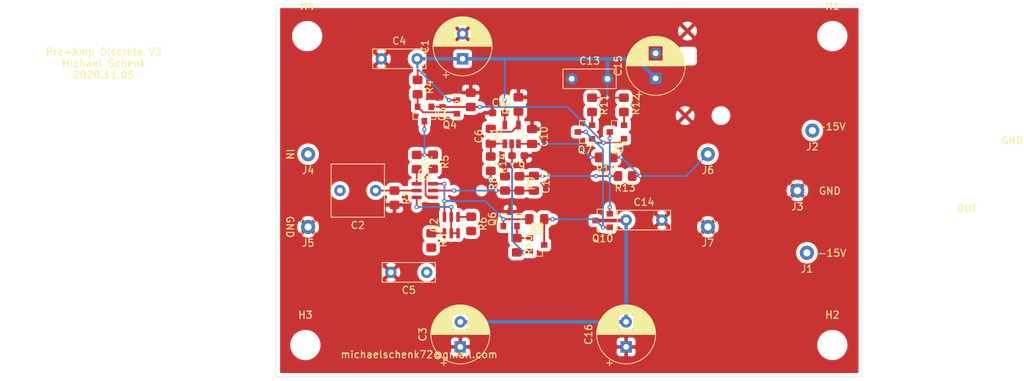
<source format=kicad_pcb>
(kicad_pcb (version 20171130) (host pcbnew 5.1.10-88a1d61d58~88~ubuntu16.04.1)
  (layers (0 F.Cu signal) (31 B.Cu signal) (34 B.Paste user) (35 F.Paste user) (36 B.SilkS user) (37 F.SilkS user) (38 B.Mask user) (39 F.Mask user) (44 Edge.Cuts user))
  (net 0 "")
  (net 1 GND)
  (net 2 +15V)
  (net 3 "Net-(C2-Pad2)")
  (net 4 "Net-(C2-Pad1)")
  (net 5 -15V)
  (net 6 "Net-(C7-Pad2)")
  (net 7 "Net-(C7-Pad1)")
  (net 8 "Net-(C10-Pad2)")
  (net 9 "Net-(Q2-Pad1)")
  (net 10 "Net-(Q3-Pad3)")
  (net 11 "Net-(Q3-Pad2)")
  (net 12 "Net-(Q6-Pad2)")
  (net 13 "Net-(Q7-Pad2)")
  (net 14 "Net-(Q9-Pad2)")
  (net 15 "Net-(C12-Pad2)")
  (net 16 "Net-(C12-Pad1)")
  (net 17 "Net-(C6-Pad2)")
  (net 18 DCSERVO_OUT)
  (net 19 DCSERVO_IN)
  (net 20 "Net-(Q1-Pad4)")
  (net 21 "Net-(Q1-Pad3)")
  (net 22 "Net-(Q1-Pad1)")
  (net 23 "Net-(Q2-Pad4)")
  (net 24 "Net-(Q3-Pad1)")
  (module Package_TO_SOT_SMD:TSOT-23-5 (layer F.Cu) (at 154.813 114.0695 90)
    (fp_text reference U1 (at 0 -2.45 90) (layer F.SilkS))
    (fp_text value OPA188xxDBV)
    (pad 5 smd rect (at 1.31 -0.95 90) (size 1.22 0.65) (layers F.Cu F.Paste F.Mask) (net 2 +15V))
    (pad 4 smd rect (at 1.31 0.95 90) (size 1.22 0.65) (layers F.Cu F.Paste F.Mask) (net 17 "Net-(C6-Pad2)"))
    (pad 3 smd rect (at -1.31 0.95 90) (size 1.22 0.65) (layers F.Cu F.Paste F.Mask) (net 8 "Net-(C10-Pad2)"))
    (pad 2 smd rect (at -1.31 0 90) (size 1.22 0.65) (layers F.Cu F.Paste F.Mask) (net 5 -15V))
    (pad 1 smd rect (at -1.31 -0.95 90) (size 1.22 0.65) (layers F.Cu F.Paste F.Mask) (net 18 DCSERVO_OUT))
  )
  (module Resistor_SMD:R_0805_2012Metric_Pad1.20x1.40mm_HandSolder (layer F.Cu) (at 168.021 117.2845 180)
    (fp_text reference R16 (at 0 -1.65) (layer F.SilkS))
    (fp_text value 100k)
    (pad 2 smd roundrect (at 1 0 180) (size 1.2 1.4) (layers F.Cu F.Paste F.Mask) (roundrect_rratio 0.208333) (net 8 "Net-(C10-Pad2)"))
    (pad 1 smd roundrect (at -1 0 180) (size 1.2 1.4) (layers F.Cu F.Paste F.Mask) (roundrect_rratio 0.208333) (net 19 DCSERVO_IN))
  )
  (module Resistor_SMD:R_0805_2012Metric_Pad1.20x1.40mm_HandSolder (layer F.Cu) (at 155.7655 109.871 90)
    (fp_text reference R15 (at 0 -1.65 90) (layer F.SilkS))
    (fp_text value 100k)
    (pad 2 smd roundrect (at 1 0 90) (size 1.2 1.4) (layers F.Cu F.Paste F.Mask) (roundrect_rratio 0.208333) (net 1 GND))
    (pad 1 smd roundrect (at -1 0 90) (size 1.2 1.4) (layers F.Cu F.Paste F.Mask) (roundrect_rratio 0.208333) (net 17 "Net-(C6-Pad2)"))
  )
  (module Resistor_SMD:R_0805_2012Metric_Pad1.20x1.40mm_HandSolder (layer F.Cu) (at 151.892 118.1575 270)
    (fp_text reference R14 (at 0 -1.65 90) (layer F.SilkS))
    (fp_text value 10k)
    (pad 2 smd roundrect (at 1 0 270) (size 1.2 1.4) (layers F.Cu F.Paste F.Mask) (roundrect_rratio 0.208333) (net 15 "Net-(C12-Pad2)"))
    (pad 1 smd roundrect (at -1 0 270) (size 1.2 1.4) (layers F.Cu F.Paste F.Mask) (roundrect_rratio 0.208333) (net 18 DCSERVO_OUT))
  )
  (module Resistor_SMD:R_0805_2012Metric_Pad1.20x1.40mm_HandSolder (layer F.Cu) (at 149.098 109.236 90)
    (fp_text reference R7 (at 0 -1.65 90) (layer F.SilkS))
    (fp_text value 10k)
    (pad 2 smd roundrect (at 1 0 90) (size 1.2 1.4) (layers F.Cu F.Paste F.Mask) (roundrect_rratio 0.208333) (net 1 GND))
    (pad 1 smd roundrect (at -1 0 90) (size 1.2 1.4) (layers F.Cu F.Paste F.Mask) (roundrect_rratio 0.208333) (net 24 "Net-(Q3-Pad1)"))
  )
  (module Resistor_SMD:R_0805_2012Metric_Pad1.20x1.40mm_HandSolder (layer F.Cu) (at 141.6685 107.458 270)
    (fp_text reference R4 (at 0 -1.65 90) (layer F.SilkS))
    (fp_text value 150R)
    (pad 2 smd roundrect (at 1 0 270) (size 1.2 1.4) (layers F.Cu F.Paste F.Mask) (roundrect_rratio 0.208333) (net 11 "Net-(Q3-Pad2)"))
    (pad 1 smd roundrect (at -1 0 270) (size 1.2 1.4) (layers F.Cu F.Paste F.Mask) (roundrect_rratio 0.208333) (net 2 +15V))
  )
  (module Package_TO_SOT_SMD:SOT-23 (layer F.Cu) (at 146.161 110.236 180)
    (fp_text reference Q4 (at 0 -2.5) (layer F.SilkS))
    (fp_text value BC860C)
    (pad 3 smd rect (at 1 0 180) (size 0.9 0.8) (layers F.Cu F.Paste F.Mask) (net 24 "Net-(Q3-Pad1)"))
    (pad 2 smd rect (at -1 0.95 180) (size 0.9 0.8) (layers F.Cu F.Paste F.Mask) (net 2 +15V))
    (pad 1 smd rect (at -1 -0.95 180) (size 0.9 0.8) (layers F.Cu F.Paste F.Mask) (net 11 "Net-(Q3-Pad2)"))
  )
  (module Package_TO_SOT_SMD:SOT-23 (layer F.Cu) (at 142.621 111.2045 270)
    (fp_text reference Q3 (at 0 -2.5 90) (layer F.SilkS))
    (fp_text value BC860C)
    (pad 3 smd rect (at 1 0 270) (size 0.9 0.8) (layers F.Cu F.Paste F.Mask) (net 10 "Net-(Q3-Pad3)"))
    (pad 2 smd rect (at -1 0.95 270) (size 0.9 0.8) (layers F.Cu F.Paste F.Mask) (net 11 "Net-(Q3-Pad2)"))
    (pad 1 smd rect (at -1 -0.95 270) (size 0.9 0.8) (layers F.Cu F.Paste F.Mask) (net 24 "Net-(Q3-Pad1)"))
  )
  (module Package_SO:SC-74-6_1.5x2.9mm_P0.95mm (layer F.Cu) (at 146.3675 126.7405 90)
    (fp_text reference Q2 (at 0 -2.4 90) (layer F.SilkS))
    (fp_text value BCM847DS,115)
    (pad 6 smd roundrect (at 1.1375 -0.95 90) (size 1.425 0.5) (layers F.Cu F.Paste F.Mask) (net 6 "Net-(C7-Pad2)"))
    (pad 5 smd roundrect (at 1.1375 0 90) (size 1.425 0.5) (layers F.Cu F.Paste F.Mask) (net 21 "Net-(Q1-Pad3)"))
    (pad 4 smd roundrect (at 1.1375 0.95 90) (size 1.425 0.5) (layers F.Cu F.Paste F.Mask) (net 23 "Net-(Q2-Pad4)"))
    (pad 3 smd roundrect (at -1.1375 0.95 90) (size 1.425 0.5) (layers F.Cu F.Paste F.Mask) (net 21 "Net-(Q1-Pad3)"))
    (pad 2 smd roundrect (at -1.1375 0 90) (size 1.425 0.5) (layers F.Cu F.Paste F.Mask) (net 21 "Net-(Q1-Pad3)"))
    (pad 1 smd roundrect (at -1.1375 -0.95 90) (size 1.425 0.5) (layers F.Cu F.Paste F.Mask) (net 9 "Net-(Q2-Pad1)"))
  )
  (module Package_SO:SC-74-6_1.5x2.9mm_P0.95mm (layer F.Cu) (at 142.679 121.92)
    (fp_text reference Q1 (at 0 -2.4) (layer F.SilkS))
    (fp_text value BCM857DS,115)
    (pad 6 smd roundrect (at 1.1375 -0.95) (size 1.425 0.5) (layers F.Cu F.Paste F.Mask) (net 6 "Net-(C7-Pad2)"))
    (pad 5 smd roundrect (at 1.1375 0) (size 1.425 0.5) (layers F.Cu F.Paste F.Mask) (net 15 "Net-(C12-Pad2)"))
    (pad 4 smd roundrect (at 1.1375 0.95) (size 1.425 0.5) (layers F.Cu F.Paste F.Mask) (net 20 "Net-(Q1-Pad4)"))
    (pad 3 smd roundrect (at -1.1375 0.95) (size 1.425 0.5) (layers F.Cu F.Paste F.Mask) (net 21 "Net-(Q1-Pad3)"))
    (pad 2 smd roundrect (at -1.1375 0) (size 1.425 0.5) (layers F.Cu F.Paste F.Mask) (net 4 "Net-(C2-Pad1)"))
    (pad 1 smd roundrect (at -1.1375 -0.95) (size 1.425 0.5) (layers F.Cu F.Paste F.Mask) (net 22 "Net-(Q1-Pad1)"))
  )
  (module Connector_Pin:Pin_D1.0mm_L10.0mm (layer F.Cu) (at 194.7545 121.92)
    (fp_text reference J3 (at 0 2.25) (layer F.SilkS))
    (fp_text value Conn_01x01)
    (pad 1 thru_hole circle (at 0 0) (size 2 2) (drill 1) (layers *.Cu *.Mask) (net 1 GND))
  )
  (module Connector_Pin:Pin_D1.0mm_L10.0mm (layer F.Cu) (at 196.85 113.538)
    (fp_text reference J2 (at 0 2.25) (layer F.SilkS))
    (fp_text value Conn_01x01)
    (pad 1 thru_hole circle (at 0 0) (size 2 2) (drill 1) (layers *.Cu *.Mask) (net 2 +15V))
  )
  (module Connector_Pin:Pin_D1.0mm_L10.0mm (layer F.Cu) (at 196.088 130.6195)
    (fp_text reference J1 (at 0 2.25) (layer F.SilkS))
    (fp_text value Conn_01x01)
    (pad 1 thru_hole circle (at 0 0) (size 2 2) (drill 1) (layers *.Cu *.Mask) (net 5 -15V))
  )
  (module Capacitor_THT:CP_Radial_D8.0mm_P3.50mm (layer F.Cu) (at 170.815 143.7715 90)
    (fp_text reference C16 (at 1.75 -5.25 90) (layer F.SilkS))
    (fp_text value 220uF)
    (pad 2 thru_hole circle (at 3.5 0 90) (size 1.6 1.6) (drill 0.8) (layers *.Cu *.Mask) (net 5 -15V))
    (pad 1 thru_hole rect (at 0 0 90) (size 1.6 1.6) (drill 0.8) (layers *.Cu *.Mask) (net 1 GND))
  )
  (module Capacitor_THT:CP_Radial_D8.0mm_P3.50mm (layer F.Cu) (at 174.9425 106.2355 90)
    (fp_text reference C15 (at 1.75 -5.25 90) (layer F.SilkS))
    (fp_text value 220uF)
    (pad 2 thru_hole circle (at 3.5 0 90) (size 1.6 1.6) (drill 0.8) (layers *.Cu *.Mask) (net 1 GND))
    (pad 1 thru_hole rect (at 0 0 90) (size 1.6 1.6) (drill 0.8) (layers *.Cu *.Mask) (net 2 +15V))
  )
  (module Capacitor_SMD:C_0805_2012Metric_Pad1.18x1.45mm_HandSolder (layer F.Cu) (at 157.6705 114.3635 270)
    (fp_text reference C10 (at 0 -1.68 90) (layer F.SilkS))
    (fp_text value 1uF)
    (pad 2 smd roundrect (at 1.0375 0 270) (size 1.175 1.45) (layers F.Cu F.Paste F.Mask) (roundrect_rratio 0.212766) (net 8 "Net-(C10-Pad2)"))
    (pad 1 smd roundrect (at -1.0375 0 270) (size 1.175 1.45) (layers F.Cu F.Paste F.Mask) (roundrect_rratio 0.212766) (net 1 GND))
  )
  (module Capacitor_SMD:C_0603_1608Metric_Pad1.08x0.95mm_HandSolder (layer F.Cu) (at 155.7285 117.0305 180)
    (fp_text reference C9 (at 0 -1.43) (layer F.SilkS))
    (fp_text value 100nF)
    (pad 2 smd roundrect (at 0.8625 0 180) (size 1.075 0.95) (layers F.Cu F.Paste F.Mask) (net 5 -15V))
    (pad 1 smd roundrect (at -0.8625 0 180) (size 1.075 0.95) (layers F.Cu F.Paste F.Mask) (net 1 GND))
  )
  (module Capacitor_SMD:C_0603_1608Metric_Pad1.08x0.95mm_HandSolder (layer F.Cu) (at 152.998 111.0615)
    (fp_text reference C8 (at 0 -1.43) (layer F.SilkS))
    (fp_text value 100nF)
    (pad 2 smd roundrect (at 0.8625 0) (size 1.075 0.95) (layers F.Cu F.Paste F.Mask) (net 2 +15V))
    (pad 1 smd roundrect (at -0.8625 0) (size 1.075 0.95) (layers F.Cu F.Paste F.Mask) (net 1 GND))
  )
  (module Capacitor_SMD:C_0805_2012Metric_Pad1.18x1.45mm_HandSolder (layer F.Cu) (at 151.892 114.3215 90)
    (fp_text reference C6 (at 0 -1.68 90) (layer F.SilkS))
    (fp_text value 1uF)
    (pad 2 smd roundrect (at 1.0375 0 90) (size 1.175 1.45) (layers F.Cu F.Paste F.Mask) (roundrect_rratio 0.212766) (net 17 "Net-(C6-Pad2)"))
    (pad 1 smd roundrect (at -1.0375 0 90) (size 1.175 1.45) (layers F.Cu F.Paste F.Mask) (roundrect_rratio 0.212766) (net 18 DCSERVO_OUT))
  )
  (module Capacitor_THT:CP_Radial_D8.0mm_P3.50mm (layer F.Cu) (at 147.6375 143.7715 90)
    (fp_text reference C3 (at 1.75 -5.25 90) (layer F.SilkS))
    (fp_text value 220uF)
    (pad 2 thru_hole circle (at 3.5 0 90) (size 1.6 1.6) (drill 0.8) (layers *.Cu *.Mask) (net 5 -15V))
    (pad 1 thru_hole rect (at 0 0 90) (size 1.6 1.6) (drill 0.8) (layers *.Cu *.Mask) (net 1 GND))
  )
  (module Capacitor_THT:CP_Radial_D8.0mm_P3.50mm (layer F.Cu) (at 147.955 103.505 90)
    (fp_text reference C1 (at 1.75 -5.25 90) (layer F.SilkS))
    (fp_text value 220uF)
    (pad 2 thru_hole circle (at 3.5 0 90) (size 1.6 1.6) (drill 0.8) (layers *.Cu *.Mask) (net 1 GND))
    (pad 1 thru_hole rect (at 0 0 90) (size 1.6 1.6) (drill 0.8) (layers *.Cu *.Mask) (net 2 +15V))
  )
  (module Capacitor_THT:C_Rect_L7.2mm_W2.5mm_P5.00mm_FKS2_FKP2_MKS2_MKP2 (layer F.Cu) (at 170.815 126.0475)
    (fp_text reference C14 (at 2.5 -2.5) (layer F.SilkS))
    (fp_text value 100nF)
    (pad 2 thru_hole circle (at 5 0) (size 1.6 1.6) (drill 0.8) (layers *.Cu *.Mask) (net 1 GND))
    (pad 1 thru_hole circle (at 0 0) (size 1.6 1.6) (drill 0.8) (layers *.Cu *.Mask) (net 5 -15V))
  )
  (module Capacitor_THT:C_Rect_L7.2mm_W2.5mm_P5.00mm_FKS2_FKP2_MKS2_MKP2 (layer F.Cu) (at 163.2115 106.299)
    (fp_text reference C13 (at 2.5 -2.5) (layer F.SilkS))
    (fp_text value 100nF)
    (pad 2 thru_hole circle (at 5 0) (size 1.6 1.6) (drill 0.8) (layers *.Cu *.Mask) (net 2 +15V))
    (pad 1 thru_hole circle (at 0 0) (size 1.6 1.6) (drill 0.8) (layers *.Cu *.Mask) (net 1 GND))
  )
  (module Capacitor_THT:C_Rect_L7.2mm_W2.5mm_P5.00mm_FKS2_FKP2_MKS2_MKP2 (layer F.Cu) (at 142.9385 133.35 180)
    (fp_text reference C5 (at 2.5 -2.5) (layer F.SilkS))
    (fp_text value 100nF)
    (pad 2 thru_hole circle (at 5 0 180) (size 1.6 1.6) (drill 0.8) (layers *.Cu *.Mask) (net 1 GND))
    (pad 1 thru_hole circle (at 0 0 180) (size 1.6 1.6) (drill 0.8) (layers *.Cu *.Mask) (net 5 -15V))
  )
  (module Capacitor_THT:C_Rect_L7.2mm_W2.5mm_P5.00mm_FKS2_FKP2_MKS2_MKP2 (layer F.Cu) (at 136.605 103.505)
    (fp_text reference C4 (at 2.5 -2.5) (layer F.SilkS))
    (fp_text value 100nF)
    (pad 2 thru_hole circle (at 5 0) (size 1.6 1.6) (drill 0.8) (layers *.Cu *.Mask) (net 2 +15V))
    (pad 1 thru_hole circle (at 0 0) (size 1.6 1.6) (drill 0.8) (layers *.Cu *.Mask) (net 1 GND))
  )
  (module Connector_Pin:Pin_D1.0mm_L10.0mm (layer F.Cu) (at 182.245 127)
    (fp_text reference J7 (at 0 2.25) (layer F.SilkS))
    (fp_text value Conn_01x01)
    (pad 1 thru_hole circle (at 0 0) (size 2 2) (drill 1) (layers *.Cu *.Mask) (net 1 GND))
  )
  (module Connector_Pin:Pin_D1.0mm_L10.0mm (layer F.Cu) (at 182.245 116.84)
    (fp_text reference J6 (at 0 2.25) (layer F.SilkS))
    (fp_text value Conn_01x01)
    (pad 1 thru_hole circle (at 0 0) (size 2 2) (drill 1) (layers *.Cu *.Mask) (net 19 DCSERVO_IN))
  )
  (module Connector_Pin:Pin_D1.0mm_L10.0mm (layer F.Cu) (at 126.365 127)
    (fp_text reference J5 (at 0 2.25) (layer F.SilkS))
    (fp_text value Conn_01x01)
    (pad 1 thru_hole circle (at 0 0) (size 2 2) (drill 1) (layers *.Cu *.Mask) (net 1 GND))
  )
  (module Connector_Pin:Pin_D1.0mm_L10.0mm (layer F.Cu) (at 126.365 116.84)
    (fp_text reference J4 (at 0 2.25) (layer F.SilkS))
    (fp_text value Conn_01x01)
    (pad 1 thru_hole circle (at 0 0) (size 2 2) (drill 1) (layers *.Cu *.Mask) (net 3 "Net-(C2-Pad2)"))
  )
  (module Package_TO_SOT_SMD:SOT-23 (layer F.Cu) (at 167.529 126.1085 180)
    (fp_text reference Q10 (at 0 -2.5) (layer F.SilkS))
    (fp_text value BC860C)
    (pad 3 smd rect (at 1 0 180) (size 0.9 0.8) (layers F.Cu F.Paste F.Mask) (net 5 -15V))
    (pad 2 smd rect (at -1 0.95 180) (size 0.9 0.8) (layers F.Cu F.Paste F.Mask) (net 16 "Net-(C12-Pad1)"))
    (pad 1 smd rect (at -1 -0.95 180) (size 0.9 0.8) (layers F.Cu F.Paste F.Mask) (net 7 "Net-(C7-Pad1)"))
  )
  (module Capacitor_SMD:C_0805_2012Metric_Pad1.18x1.45mm_HandSolder (layer F.Cu) (at 158.327 125.9205 180)
    (fp_text reference C7 (at 0 -1.68) (layer F.SilkS))
    (fp_text value 270pF)
    (pad 2 smd roundrect (at 1.0375 0 180) (size 1.175 1.45) (layers F.Cu F.Paste F.Mask) (roundrect_rratio 0.2127659574468085) (net 6 "Net-(C7-Pad2)"))
    (pad 1 smd roundrect (at -1.0375 0 180) (size 1.175 1.45) (layers F.Cu F.Paste F.Mask) (roundrect_rratio 0.2127659574468085) (net 7 "Net-(C7-Pad1)"))
  )
  (module Capacitor_SMD:C_0805_2012Metric_Pad1.18x1.45mm_HandSolder (layer F.Cu) (at 157.9245 120.8952 270)
    (fp_text reference C12 (at 0 -1.68 90) (layer F.SilkS))
    (fp_text value 4.7pF)
    (pad 2 smd roundrect (at 1.0375 0 270) (size 1.175 1.45) (layers F.Cu F.Paste F.Mask) (roundrect_rratio 0.2127659574468085) (net 15 "Net-(C12-Pad2)"))
    (pad 1 smd roundrect (at -1.0375 0 270) (size 1.175 1.45) (layers F.Cu F.Paste F.Mask) (roundrect_rratio 0.2127659574468085) (net 16 "Net-(C12-Pad1)"))
  )
  (module Package_TO_SOT_SMD:SOT-23 (layer F.Cu) (at 169.529 113.7285 180)
    (fp_text reference Q9 (at 0 -2.5) (layer F.SilkS))
    (fp_text value BC860C)
    (pad 1 smd rect (at -1 -0.95 180) (size 0.9 0.8) (layers F.Cu F.Paste F.Mask) (net 24 "Net-(Q3-Pad1)"))
    (pad 2 smd rect (at -1 0.95 180) (size 0.9 0.8) (layers F.Cu F.Paste F.Mask) (net 14 "Net-(Q9-Pad2)"))
    (pad 3 smd rect (at 1 0 180) (size 0.9 0.8) (layers F.Cu F.Paste F.Mask) (net 16 "Net-(C12-Pad1)"))
  )
  (module Resistor_SMD:R_0805_2012Metric_Pad1.20x1.40mm_HandSolder (layer F.Cu) (at 138.43 122.92 270)
    (fp_text reference R1 (at 0 -1.65 90) (layer F.SilkS))
    (fp_text value 10k)
    (pad 2 smd roundrect (at 1 0 270) (size 1.2 1.4) (layers F.Cu F.Paste F.Mask) (roundrect_rratio 0.2083325) (net 1 GND))
    (pad 1 smd roundrect (at -1 0 270) (size 1.2 1.4) (layers F.Cu F.Paste F.Mask) (roundrect_rratio 0.2083325) (net 4 "Net-(C2-Pad1)"))
  )
  (module Resistor_SMD:R_0805_2012Metric_Pad1.20x1.40mm_HandSolder (layer F.Cu) (at 170.672 119.888 180)
    (fp_text reference R13 (at 0 -1.65) (layer F.SilkS))
    (fp_text value 47R)
    (pad 2 smd roundrect (at 1 0 180) (size 1.2 1.4) (layers F.Cu F.Paste F.Mask) (roundrect_rratio 0.2083325) (net 16 "Net-(C12-Pad1)"))
    (pad 1 smd roundrect (at -1 0 180) (size 1.2 1.4) (layers F.Cu F.Paste F.Mask) (roundrect_rratio 0.2083325) (net 19 DCSERVO_IN))
  )
  (module Resistor_SMD:R_0805_2012Metric_Pad1.20x1.40mm_HandSolder (layer F.Cu) (at 170.4975 109.9345 270)
    (fp_text reference R12 (at 0 -1.65 90) (layer F.SilkS))
    (fp_text value 100R)
    (pad 2 smd roundrect (at 1 0 270) (size 1.2 1.4) (layers F.Cu F.Paste F.Mask) (roundrect_rratio 0.2083325) (net 14 "Net-(Q9-Pad2)"))
    (pad 1 smd roundrect (at -1 0 270) (size 1.2 1.4) (layers F.Cu F.Paste F.Mask) (roundrect_rratio 0.2083325) (net 2 +15V))
  )
  (module Resistor_SMD:R_0805_2012Metric_Pad1.20x1.40mm_HandSolder (layer F.Cu) (at 166.0525 109.9345 270)
    (fp_text reference R11 (at 0 -1.65 90) (layer F.SilkS))
    (fp_text value 100R)
    (pad 2 smd roundrect (at 1 0 270) (size 1.2 1.4) (layers F.Cu F.Paste F.Mask) (roundrect_rratio 0.2083325) (net 13 "Net-(Q7-Pad2)"))
    (pad 1 smd roundrect (at -1 0 270) (size 1.2 1.4) (layers F.Cu F.Paste F.Mask) (roundrect_rratio 0.2083325) (net 2 +15V))
  )
  (module Resistor_SMD:R_0805_2012Metric_Pad1.20x1.40mm_HandSolder (layer F.Cu) (at 155.5369 129.5621 270)
    (fp_text reference R10 (at 0 -1.65 90) (layer F.SilkS))
    (fp_text value 2k2)
    (pad 2 smd roundrect (at 1 0 270) (size 1.2 1.4) (layers F.Cu F.Paste F.Mask) (roundrect_rratio 0.2083325) (net 5 -15V))
    (pad 1 smd roundrect (at -1 0 270) (size 1.2 1.4) (layers F.Cu F.Paste F.Mask) (roundrect_rratio 0.2083325) (net 12 "Net-(Q6-Pad2)"))
  )
  (module Resistor_SMD:R_0805_2012Metric_Pad1.20x1.40mm_HandSolder (layer F.Cu) (at 155.8925 120.92 270)
    (fp_text reference R9 (at 0 -1.65 90) (layer F.SilkS))
    (fp_text value 10k)
    (pad 2 smd roundrect (at 1 0 270) (size 1.2 1.4) (layers F.Cu F.Paste F.Mask) (roundrect_rratio 0.2083325) (net 15 "Net-(C12-Pad2)"))
    (pad 1 smd roundrect (at -1 0 270) (size 1.2 1.4) (layers F.Cu F.Paste F.Mask) (roundrect_rratio 0.2083325) (net 16 "Net-(C12-Pad1)"))
  )
  (module Resistor_SMD:R_0805_2012Metric_Pad1.20x1.40mm_HandSolder (layer F.Cu) (at 153.8859 120.92 90)
    (fp_text reference R8 (at 0 -1.65 90) (layer F.SilkS))
    (fp_text value 10k)
    (pad 2 smd roundrect (at 1 0 90) (size 1.2 1.4) (layers F.Cu F.Paste F.Mask) (roundrect_rratio 0.2083325) (net 1 GND))
    (pad 1 smd roundrect (at -1 0 90) (size 1.2 1.4) (layers F.Cu F.Paste F.Mask) (roundrect_rratio 0.2083325) (net 15 "Net-(C12-Pad2)"))
  )
  (module Resistor_SMD:R_0805_2012Metric_Pad1.20x1.40mm_HandSolder (layer F.Cu) (at 149.1615 126.5715 270)
    (fp_text reference R6 (at 0 -1.65 90) (layer F.SilkS))
    (fp_text value 68)
    (pad 2 smd roundrect (at 1 0 270) (size 1.2 1.4) (layers F.Cu F.Paste F.Mask) (roundrect_rratio 0.2083325) (net 5 -15V))
    (pad 1 smd roundrect (at -1 0 270) (size 1.2 1.4) (layers F.Cu F.Paste F.Mask) (roundrect_rratio 0.2083325) (net 23 "Net-(Q2-Pad4)"))
  )
  (module Resistor_SMD:R_0805_2012Metric_Pad1.20x1.40mm_HandSolder (layer F.Cu) (at 143.8275 117.9035 270)
    (fp_text reference R5 (at 0 -1.65 90) (layer F.SilkS))
    (fp_text value 100R)
    (pad 2 smd roundrect (at 1 0 270) (size 1.2 1.4) (layers F.Cu F.Paste F.Mask) (roundrect_rratio 0.2083325) (net 20 "Net-(Q1-Pad4)"))
    (pad 1 smd roundrect (at -1 0 270) (size 1.2 1.4) (layers F.Cu F.Paste F.Mask) (roundrect_rratio 0.2083325) (net 10 "Net-(Q3-Pad3)"))
  )
  (module Resistor_SMD:R_0805_2012Metric_Pad1.20x1.40mm_HandSolder (layer F.Cu) (at 143.5735 128.889 270)
    (fp_text reference R3 (at 0 -1.65 90) (layer F.SilkS))
    (fp_text value 68)
    (pad 2 smd roundrect (at 1 0 270) (size 1.2 1.4) (layers F.Cu F.Paste F.Mask) (roundrect_rratio 0.2083325) (net 5 -15V))
    (pad 1 smd roundrect (at -1 0 270) (size 1.2 1.4) (layers F.Cu F.Paste F.Mask) (roundrect_rratio 0.2083325) (net 9 "Net-(Q2-Pad1)"))
  )
  (module Resistor_SMD:R_0805_2012Metric_Pad1.20x1.40mm_HandSolder (layer F.Cu) (at 141.5415 117.9355 270)
    (fp_text reference R2 (at 0 -1.65 90) (layer F.SilkS))
    (fp_text value 100R)
    (pad 2 smd roundrect (at 1 0 270) (size 1.2 1.4) (layers F.Cu F.Paste F.Mask) (roundrect_rratio 0.2083325) (net 22 "Net-(Q1-Pad1)"))
    (pad 1 smd roundrect (at -1 0 270) (size 1.2 1.4) (layers F.Cu F.Paste F.Mask) (roundrect_rratio 0.2083325) (net 10 "Net-(Q3-Pad3)"))
  )
  (module Package_TO_SOT_SMD:SOT-23 (layer F.Cu) (at 158.3657 129.5121)
    (fp_text reference Q8 (at 0 -2.5) (layer F.SilkS))
    (fp_text value BC850C)
    (pad 3 smd rect (at 1 0) (size 0.9 0.8) (layers F.Cu F.Paste F.Mask) (net 7 "Net-(C7-Pad1)"))
    (pad 2 smd rect (at -1 0.95) (size 0.9 0.8) (layers F.Cu F.Paste F.Mask) (net 5 -15V))
    (pad 1 smd rect (at -1 -0.95) (size 0.9 0.8) (layers F.Cu F.Paste F.Mask) (net 12 "Net-(Q6-Pad2)"))
  )
  (module Package_TO_SOT_SMD:SOT-23 (layer F.Cu) (at 165.0525 113.731 180)
    (fp_text reference Q7 (at 0 -2.5) (layer F.SilkS))
    (fp_text value BC860C)
    (pad 3 smd rect (at 1 0 180) (size 0.9 0.8) (layers F.Cu F.Paste F.Mask) (net 7 "Net-(C7-Pad1)"))
    (pad 2 smd rect (at -1 0.95 180) (size 0.9 0.8) (layers F.Cu F.Paste F.Mask) (net 13 "Net-(Q7-Pad2)"))
    (pad 1 smd rect (at -1 -0.95 180) (size 0.9 0.8) (layers F.Cu F.Paste F.Mask) (net 24 "Net-(Q3-Pad1)"))
  )
  (module Package_TO_SOT_SMD:SOT-23 (layer F.Cu) (at 154.6073 125.8857 90)
    (fp_text reference Q6 (at 0 -2.5 90) (layer F.SilkS))
    (fp_text value BC850C)
    (pad 3 smd rect (at 1 0 90) (size 0.9 0.8) (layers F.Cu F.Paste F.Mask) (net 1 GND))
    (pad 2 smd rect (at -1 0.95 90) (size 0.9 0.8) (layers F.Cu F.Paste F.Mask) (net 12 "Net-(Q6-Pad2)"))
    (pad 1 smd rect (at -1 -0.95 90) (size 0.9 0.8) (layers F.Cu F.Paste F.Mask) (net 6 "Net-(C7-Pad2)"))
  )
  (module MountingHole:MountingHole_3.2mm_M3 (layer F.Cu) (at 126.238 100.33)
    (fp_text reference H4 (at 0 -4.2) (layer F.SilkS))
    (fp_text value MountingHole)
    (pad 1 np_thru_hole circle (at 0 0) (size 3.2 3.2) (drill 3.2) (layers *.Cu *.Mask))
  )
  (module MountingHole:MountingHole_3.2mm_M3 (layer F.Cu) (at 125.984 143.51)
    (fp_text reference H3 (at 0 -4.2) (layer F.SilkS))
    (fp_text value MountingHole)
    (pad 1 np_thru_hole circle (at 0 0) (size 3.2 3.2) (drill 3.2) (layers *.Cu *.Mask))
  )
  (module MountingHole:MountingHole_3.2mm_M3 (layer F.Cu) (at 199.644 143.51)
    (fp_text reference H2 (at 0 -4.2) (layer F.SilkS))
    (fp_text value MountingHole)
    (pad 1 np_thru_hole circle (at 0 0) (size 3.2 3.2) (drill 3.2) (layers *.Cu *.Mask))
  )
  (module MountingHole:MountingHole_3.2mm_M3 (layer F.Cu) (at 199.644 100.33)
    (fp_text reference H1 (at 0 -4.2) (layer F.SilkS))
    (fp_text value MountingHole)
    (pad 1 np_thru_hole circle (at 0 0) (size 3.2 3.2) (drill 3.2) (layers *.Cu *.Mask))
  )
  (module Capacitor_THT:C_Rect_L7.2mm_W7.2mm_P5.00mm_FKS2_FKP2_MKS2_MKP2 (layer F.Cu) (at 135.81 121.92 180)
    (fp_text reference C2 (at 2.5 -4.85) (layer F.SilkS))
    (fp_text value 2.2uF)
    (pad 2 thru_hole circle (at 5 0 180) (size 1.6 1.6) (drill 0.8) (layers *.Cu *.Mask) (net 3 "Net-(C2-Pad2)"))
    (pad 1 thru_hole circle (at 0 0 180) (size 1.6 1.6) (drill 0.8) (layers *.Cu *.Mask) (net 4 "Net-(C2-Pad1)"))
  )
  (gr_text michaelschenk72@gmail.com (at 141.8844 144.8308) (layer F.SilkS) (effects (font (size 1 1))))
  (gr_text "Pre-Amp Discrete V3\nMichael Schenk\n2020.11.05" (at 97.79 104.14) (layer F.SilkS) (effects (font (size 1 1))))
  (gr_line (start 203.835 95.885) (end 121.92 95.885) (layer Edge.Cuts) (width 0.05))
  (gr_line (start 203.835 147.955) (end 203.835 95.885) (layer Edge.Cuts) (width 0.05))
  (gr_line (start 121.92 147.955) (end 203.835 147.955) (layer Edge.Cuts) (width 0.05))
  (gr_line (start 121.92 96.52) (end 121.92 147.955) (layer Edge.Cuts) (width 0.05))
  (gr_line (start 121.92 95.885) (end 121.92 96.52) (layer Edge.Cuts) (width 0.05))
  (gr_text GND (at 224.79 114.935) (layer F.SilkS) (effects (font (size 1 1))))
  (gr_text OUT (at 218.44 124.46) (layer F.SilkS) (effects (font (size 1 1))))
  (gr_text GND (at 123.825 127 270) (layer F.SilkS) (effects (font (size 1 1))))
  (gr_text IN (at 123.825 116.84 270) (layer F.SilkS) (effects (font (size 1 1))))
  (gr_text GND (at 199.2884 121.9708) (layer F.SilkS) (effects (font (size 1 1))))
  (gr_text -15V (at 199.5932 130.6576) (layer F.SilkS) (effects (font (size 1 1))))
  (gr_text +15V (at 199.4916 112.9792) (layer F.SilkS) (effects (font (size 1 1))))
  (segment (start 141.6685 103.5685) (end 141.605 103.505) (width 0.25) (layer F.Cu) (net 2))
  (segment (start 141.6685 106.458) (end 141.6685 103.5685) (width 0.25) (layer F.Cu) (net 2))
  (via (at 146.05 109.2835) (size 0.6) (drill 0.3) (layers F.Cu B.Cu) (net 2))
  (segment (start 146.0525 109.286) (end 146.05 109.2835) (width 0.25) (layer F.Cu) (net 2))
  (segment (start 147.161 109.286) (end 146.0525 109.286) (width 0.25) (layer F.Cu) (net 2))
  (segment (start 141.605 104.8385) (end 141.605 103.505) (width 0.25) (layer B.Cu) (net 2))
  (segment (start 146.05 109.2835) (end 141.605 104.8385) (width 0.25) (layer B.Cu) (net 2))
  (segment (start 141.605 103.505) (end 147.955 103.505) (width 0.5) (layer B.Cu) (net 2))
  (segment (start 153.863 111.064) (end 153.8605 111.0615) (width 0.25) (layer F.Cu) (net 2))
  (segment (start 153.863 112.7595) (end 153.863 111.064) (width 0.25) (layer F.Cu) (net 2))
  (via (at 153.8605 109.22) (size 0.6) (drill 0.3) (layers F.Cu B.Cu) (net 2))
  (segment (start 153.8605 111.0615) (end 153.8605 109.22) (width 0.25) (layer F.Cu) (net 2))
  (segment (start 148.1455 103.505) (end 147.955 103.505) (width 0.25) (layer B.Cu) (net 2))
  (segment (start 172.212 103.505) (end 174.9425 106.2355) (width 0.5) (layer B.Cu) (net 2))
  (segment (start 168.2115 106.299) (end 168.2115 103.5685) (width 0.5) (layer B.Cu) (net 2))
  (segment (start 168.2115 103.5685) (end 168.275 103.505) (width 0.5) (layer B.Cu) (net 2))
  (segment (start 168.275 103.505) (end 172.212 103.505) (width 0.5) (layer B.Cu) (net 2))
  (via (at 168.2435 108.9345) (size 0.6) (drill 0.3) (layers F.Cu B.Cu) (net 2))
  (segment (start 166.0525 108.9345) (end 168.2435 108.9345) (width 0.25) (layer F.Cu) (net 2))
  (segment (start 168.2435 108.9345) (end 170.4975 108.9345) (width 0.25) (layer F.Cu) (net 2))
  (segment (start 168.2115 106.299) (end 168.2115 108.9025) (width 0.25) (layer B.Cu) (net 2))
  (segment (start 168.2115 108.9025) (end 168.2435 108.9345) (width 0.25) (layer B.Cu) (net 2))
  (segment (start 153.8605 103.5685) (end 153.797 103.505) (width 0.25) (layer B.Cu) (net 2))
  (segment (start 153.8605 109.22) (end 153.8605 103.5685) (width 0.25) (layer B.Cu) (net 2))
  (segment (start 153.797 103.505) (end 168.275 103.505) (width 0.5) (layer B.Cu) (net 2))
  (segment (start 147.955 103.505) (end 153.797 103.505) (width 0.5) (layer B.Cu) (net 2))
  (segment (start 135.81 121.92) (end 138.43 121.92) (width 0.25) (layer F.Cu) (net 4))
  (segment (start 138.43 121.92) (end 141.5415 121.92) (width 0.25) (layer F.Cu) (net 4))
  (segment (start 157.2657 130.5621) (end 157.3657 130.4621) (width 0.25) (layer F.Cu) (net 5))
  (segment (start 155.5369 130.5621) (end 156.5214 130.5621) (width 0.25) (layer F.Cu) (net 5))
  (segment (start 156.5214 130.5621) (end 157.2657 130.5621) (width 0.25) (layer F.Cu) (net 5))
  (via (at 156.5214 130.5621) (size 0.6) (drill 0.3) (layers F.Cu B.Cu) (net 5))
  (segment (start 170.754 126.1085) (end 170.815 126.0475) (width 0.5) (layer F.Cu) (net 5))
  (segment (start 166.529 126.1085) (end 170.754 126.1085) (width 0.5) (layer F.Cu) (net 5))
  (segment (start 170.815 140.2715) (end 147.6375 140.2715) (width 0.5) (layer B.Cu) (net 5))
  (segment (start 170.815 140.2715) (end 170.815 126.0475) (width 0.5) (layer B.Cu) (net 5))
  (segment (start 154.813 116.9775) (end 154.866 117.0305) (width 0.25) (layer F.Cu) (net 5))
  (segment (start 154.813 115.3795) (end 154.813 116.9775) (width 0.25) (layer F.Cu) (net 5))
  (via (at 154.8765 118.237) (size 0.6) (drill 0.3) (layers F.Cu B.Cu) (net 5))
  (segment (start 154.866 118.2265) (end 154.8765 118.237) (width 0.25) (layer F.Cu) (net 5))
  (segment (start 154.866 117.0305) (end 154.866 118.2265) (width 0.25) (layer F.Cu) (net 5))
  (segment (start 154.8765 128.9172) (end 156.5214 130.5621) (width 0.25) (layer B.Cu) (net 5))
  (segment (start 154.8765 118.237) (end 154.8765 128.9172) (width 0.25) (layer B.Cu) (net 5))
  (via (at 145.415 123.3805) (size 0.6) (drill 0.3) (layers F.Cu B.Cu) (net 6))
  (segment (start 145.4175 123.383) (end 145.415 123.3805) (width 0.25) (layer F.Cu) (net 6))
  (segment (start 145.4175 125.603) (end 145.4175 123.383) (width 0.25) (layer F.Cu) (net 6))
  (via (at 145.415 120.9675) (size 0.6) (drill 0.3) (layers F.Cu B.Cu) (net 6))
  (segment (start 145.415 123.3805) (end 145.415 120.9675) (width 0.25) (layer B.Cu) (net 6))
  (segment (start 143.819 120.9675) (end 143.8165 120.97) (width 0.25) (layer F.Cu) (net 6))
  (segment (start 145.415 120.9675) (end 143.819 120.9675) (width 0.25) (layer F.Cu) (net 6))
  (via (at 153.67 125.9205) (size 0.6) (drill 0.3) (layers F.Cu B.Cu) (net 6))
  (segment (start 153.6573 125.9332) (end 153.67 125.9205) (width 0.25) (layer F.Cu) (net 6))
  (segment (start 153.6573 126.8857) (end 153.6573 125.9332) (width 0.25) (layer F.Cu) (net 6))
  (segment (start 151.13 123.3805) (end 153.67 125.9205) (width 0.25) (layer B.Cu) (net 6))
  (segment (start 145.415 123.3805) (end 151.13 123.3805) (width 0.25) (layer B.Cu) (net 6))
  (segment (start 153.67 125.9205) (end 157.2895 125.9205) (width 0.25) (layer F.Cu) (net 6))
  (segment (start 159.3657 125.9217) (end 159.3645 125.9205) (width 0.25) (layer F.Cu) (net 7))
  (segment (start 159.3657 129.5121) (end 159.3657 125.9217) (width 0.25) (layer F.Cu) (net 7))
  (via (at 167.5765 127.0635) (size 0.6) (drill 0.3) (layers F.Cu B.Cu) (net 7))
  (segment (start 167.5815 127.0585) (end 167.5765 127.0635) (width 0.25) (layer F.Cu) (net 7))
  (segment (start 168.529 127.0585) (end 167.5815 127.0585) (width 0.25) (layer F.Cu) (net 7))
  (via (at 160.528 125.9205) (size 0.6) (drill 0.3) (layers F.Cu B.Cu) (net 7))
  (segment (start 166.4335 125.9205) (end 160.528 125.9205) (width 0.25) (layer B.Cu) (net 7))
  (segment (start 167.5765 127.0635) (end 166.4335 125.9205) (width 0.25) (layer B.Cu) (net 7))
  (segment (start 160.528 125.9205) (end 159.3645 125.9205) (width 0.25) (layer F.Cu) (net 7))
  (via (at 165.1635 113.7285) (size 0.6) (drill 0.3) (layers F.Cu B.Cu) (net 7))
  (segment (start 167.5765 116.1415) (end 165.1635 113.7285) (width 0.25) (layer B.Cu) (net 7))
  (segment (start 167.5765 127.0635) (end 167.5765 116.1415) (width 0.25) (layer B.Cu) (net 7))
  (segment (start 164.055 113.7285) (end 164.0525 113.731) (width 0.25) (layer F.Cu) (net 7))
  (segment (start 165.1635 113.7285) (end 164.055 113.7285) (width 0.25) (layer F.Cu) (net 7))
  (segment (start 157.649 115.3795) (end 157.6705 115.401) (width 0.25) (layer F.Cu) (net 8))
  (segment (start 155.763 115.3795) (end 157.649 115.3795) (width 0.25) (layer F.Cu) (net 8))
  (via (at 158.9405 115.3795) (size 0.6) (drill 0.3) (layers F.Cu B.Cu) (net 8))
  (segment (start 158.919 115.401) (end 158.9405 115.3795) (width 0.25) (layer F.Cu) (net 8))
  (segment (start 157.6705 115.401) (end 158.919 115.401) (width 0.25) (layer F.Cu) (net 8))
  (via (at 165.862 117.2845) (size 0.6) (drill 0.3) (layers F.Cu B.Cu) (net 8))
  (segment (start 167.021 117.2845) (end 165.862 117.2845) (width 0.25) (layer F.Cu) (net 8))
  (segment (start 165.862 117.2845) (end 163.957 115.3795) (width 0.25) (layer B.Cu) (net 8))
  (segment (start 163.957 115.3795) (end 158.9405 115.3795) (width 0.25) (layer B.Cu) (net 8))
  (segment (start 145.4065 127.889) (end 145.4175 127.878) (width 0.25) (layer F.Cu) (net 9))
  (segment (start 143.5735 127.889) (end 145.4065 127.889) (width 0.25) (layer F.Cu) (net 9))
  (segment (start 143.7955 116.9355) (end 143.8275 116.9035) (width 0.25) (layer F.Cu) (net 10))
  (via (at 142.621 113.3475) (size 0.6) (drill 0.3) (layers F.Cu B.Cu) (net 10))
  (segment (start 142.621 112.2045) (end 142.621 113.3475) (width 0.25) (layer F.Cu) (net 10))
  (via (at 142.653 116.9355) (size 0.6) (drill 0.3) (layers F.Cu B.Cu) (net 10))
  (segment (start 141.5415 116.9355) (end 142.653 116.9355) (width 0.25) (layer F.Cu) (net 10))
  (segment (start 142.621 113.3475) (end 142.621 116.9035) (width 0.25) (layer B.Cu) (net 10))
  (segment (start 142.653 116.9355) (end 143.7955 116.9355) (width 0.25) (layer F.Cu) (net 10))
  (segment (start 142.621 116.9035) (end 142.653 116.9355) (width 0.25) (layer B.Cu) (net 10))
  (segment (start 146.954501 110.979501) (end 147.161 111.186) (width 0.25) (layer F.Cu) (net 11))
  (segment (start 142.446001 110.979501) (end 146.954501 110.979501) (width 0.25) (layer F.Cu) (net 11))
  (segment (start 141.671 110.2045) (end 142.446001 110.979501) (width 0.25) (layer F.Cu) (net 11))
  (segment (start 141.671 108.4605) (end 141.6685 108.458) (width 0.25) (layer F.Cu) (net 11))
  (segment (start 141.671 110.2045) (end 141.671 108.4605) (width 0.25) (layer F.Cu) (net 11))
  (segment (start 155.5369 126.9061) (end 155.5573 126.8857) (width 0.25) (layer F.Cu) (net 12))
  (segment (start 155.5369 128.5621) (end 155.5369 126.9061) (width 0.25) (layer F.Cu) (net 12))
  (segment (start 155.5369 128.5621) (end 157.3657 128.5621) (width 0.25) (layer F.Cu) (net 12))
  (segment (start 166.0525 112.781) (end 166.0525 110.9345) (width 0.25) (layer F.Cu) (net 13))
  (segment (start 170.529 110.966) (end 170.4975 110.9345) (width 0.25) (layer F.Cu) (net 14))
  (segment (start 170.529 112.7785) (end 170.529 110.966) (width 0.25) (layer F.Cu) (net 14))
  (segment (start 158.308 121.981) (end 158.3563 121.9327) (width 0.25) (layer F.Cu) (net 15))
  (via (at 146.7485 121.92) (size 0.6) (drill 0.3) (layers F.Cu B.Cu) (net 15))
  (segment (start 143.8165 121.92) (end 146.7485 121.92) (width 0.25) (layer F.Cu) (net 15))
  (segment (start 155.9052 121.9327) (end 155.8925 121.92) (width 0.25) (layer F.Cu) (net 15))
  (segment (start 157.9245 121.9327) (end 155.9052 121.9327) (width 0.25) (layer F.Cu) (net 15))
  (segment (start 155.8925 121.92) (end 153.8859 121.92) (width 0.25) (layer F.Cu) (net 15))
  (via (at 152.654 121.92) (size 0.6) (drill 0.3) (layers F.Cu B.Cu) (net 15))
  (segment (start 152.654 121.92) (end 153.8859 121.92) (width 0.25) (layer F.Cu) (net 15))
  (via (at 151.892 120.269) (size 0.6) (drill 0.3) (layers F.Cu B.Cu) (net 15))
  (segment (start 151.892 119.1575) (end 151.892 120.269) (width 0.25) (layer F.Cu) (net 15))
  (segment (start 151.892 120.269) (end 151.892 121.92) (width 0.25) (layer B.Cu) (net 15))
  (segment (start 151.892 121.92) (end 152.654 121.92) (width 0.25) (layer B.Cu) (net 15))
  (segment (start 146.7485 121.92) (end 151.892 121.92) (width 0.25) (layer B.Cu) (net 15))
  (via (at 168.529 114.6175) (size 0.6) (drill 0.3) (layers F.Cu B.Cu) (net 16))
  (segment (start 168.529 113.7285) (end 168.529 114.6175) (width 0.25) (layer F.Cu) (net 16))
  (via (at 168.529 124.2695) (size 0.6) (drill 0.3) (layers F.Cu B.Cu) (net 16))
  (segment (start 168.529 124.2695) (end 168.529 125.1585) (width 0.25) (layer F.Cu) (net 16))
  (via (at 168.529 119.888) (size 0.6) (drill 0.3) (layers F.Cu B.Cu) (net 16))
  (segment (start 169.672 119.888) (end 168.529 119.888) (width 0.25) (layer F.Cu) (net 16))
  (segment (start 168.529 119.888) (end 168.529 124.2695) (width 0.25) (layer B.Cu) (net 16))
  (segment (start 168.529 114.6175) (end 168.529 119.888) (width 0.25) (layer B.Cu) (net 16))
  (segment (start 157.8622 119.92) (end 157.9245 119.8577) (width 0.25) (layer F.Cu) (net 16))
  (segment (start 155.8925 119.92) (end 157.8622 119.92) (width 0.25) (layer F.Cu) (net 16))
  (via (at 166.624 119.888) (size 0.6) (drill 0.3) (layers F.Cu B.Cu) (net 16))
  (segment (start 168.529 119.888) (end 166.624 119.888) (width 0.25) (layer F.Cu) (net 16))
  (via (at 159.131 119.888) (size 0.6) (drill 0.3) (layers F.Cu B.Cu) (net 16))
  (segment (start 166.624 119.888) (end 159.131 119.888) (width 0.25) (layer B.Cu) (net 16))
  (segment (start 157.9548 119.888) (end 157.9245 119.8577) (width 0.25) (layer F.Cu) (net 16))
  (segment (start 159.131 119.888) (end 157.9548 119.888) (width 0.25) (layer F.Cu) (net 16))
  (segment (start 154.827999 113.694501) (end 155.763 112.7595) (width 0.25) (layer F.Cu) (net 17))
  (segment (start 152.302501 113.694501) (end 154.827999 113.694501) (width 0.25) (layer F.Cu) (net 17))
  (segment (start 151.892 113.284) (end 152.302501 113.694501) (width 0.25) (layer F.Cu) (net 17))
  (segment (start 155.763 110.8735) (end 155.7655 110.871) (width 0.25) (layer F.Cu) (net 17))
  (segment (start 155.763 112.7595) (end 155.763 110.8735) (width 0.25) (layer F.Cu) (net 17))
  (segment (start 153.8425 115.359) (end 153.863 115.3795) (width 0.25) (layer F.Cu) (net 18))
  (segment (start 151.892 115.359) (end 153.8425 115.359) (width 0.25) (layer F.Cu) (net 18))
  (segment (start 151.892 117.1575) (end 151.892 115.359) (width 0.25) (layer F.Cu) (net 18))
  (via (at 172.7835 119.888) (size 0.6) (drill 0.3) (layers F.Cu B.Cu) (net 19))
  (segment (start 171.672 119.888) (end 172.7835 119.888) (width 0.25) (layer F.Cu) (net 19))
  (segment (start 179.197 119.888) (end 182.245 116.84) (width 0.25) (layer B.Cu) (net 19))
  (segment (start 172.7835 119.888) (end 179.197 119.888) (width 0.25) (layer B.Cu) (net 19))
  (via (at 170.1165 117.2845) (size 0.6) (drill 0.3) (layers F.Cu B.Cu) (net 19))
  (segment (start 170.18 117.2845) (end 170.1165 117.2845) (width 0.25) (layer B.Cu) (net 19))
  (segment (start 172.7835 119.888) (end 170.18 117.2845) (width 0.25) (layer B.Cu) (net 19))
  (segment (start 170.1165 117.2845) (end 169.021 117.2845) (width 0.25) (layer F.Cu) (net 19))
  (segment (start 143.859 118.872) (end 143.8275 118.9035) (width 0.25) (layer F.Cu) (net 20))
  (segment (start 142.77899 119.95201) (end 143.8275 118.9035) (width 0.25) (layer F.Cu) (net 20))
  (segment (start 142.77899 122.54499) (end 142.77899 119.95201) (width 0.25) (layer F.Cu) (net 20))
  (segment (start 143.104 122.87) (end 142.77899 122.54499) (width 0.25) (layer F.Cu) (net 20))
  (segment (start 143.8165 122.87) (end 143.104 122.87) (width 0.25) (layer F.Cu) (net 20))
  (segment (start 146.3675 125.603) (end 146.3675 127.878) (width 0.25) (layer F.Cu) (net 21))
  (segment (start 146.3675 127.878) (end 147.3175 127.878) (width 0.25) (layer F.Cu) (net 21))
  (via (at 146.3675 124.206) (size 0.6) (drill 0.3) (layers F.Cu B.Cu) (net 21))
  (segment (start 146.3675 125.603) (end 146.3675 124.206) (width 0.25) (layer F.Cu) (net 21))
  (segment (start 146.3675 124.206) (end 141.5415 124.206) (width 0.25) (layer B.Cu) (net 21))
  (via (at 141.5415 124.206) (size 0.6) (drill 0.3) (layers F.Cu B.Cu) (net 21))
  (segment (start 141.5415 124.206) (end 141.5415 122.87) (width 0.25) (layer F.Cu) (net 21))
  (segment (start 141.5415 120.97) (end 141.5415 118.9355) (width 0.25) (layer F.Cu) (net 22))
  (segment (start 149.13 125.603) (end 149.1615 125.5715) (width 0.25) (layer F.Cu) (net 23))
  (segment (start 147.3175 125.603) (end 149.13 125.603) (width 0.25) (layer F.Cu) (net 23))
  (segment (start 145.1295 110.2045) (end 145.161 110.236) (width 0.25) (layer F.Cu) (net 24))
  (segment (start 143.571 110.2045) (end 145.1295 110.2045) (width 0.25) (layer F.Cu) (net 24))
  (segment (start 145.161 110.236) (end 149.098 110.236) (width 0.25) (layer F.Cu) (net 24))
  (segment (start 166.614001 115.242501) (end 167.649999 115.242501) (width 0.25) (layer F.Cu) (net 24))
  (segment (start 169.964999 115.242501) (end 170.529 114.6785) (width 0.25) (layer F.Cu) (net 24))
  (segment (start 166.0525 114.681) (end 166.614001 115.242501) (width 0.25) (layer F.Cu) (net 24))
  (segment (start 167.649999 115.242501) (end 169.964999 115.242501) (width 0.25) (layer F.Cu) (net 24))
  (via (at 167.649999 115.242501) (size 0.6) (drill 0.3) (layers F.Cu B.Cu) (net 24))
  (via (at 150.368 110.236) (size 0.6) (drill 0.3) (layers F.Cu B.Cu) (net 24))
  (segment (start 162.643498 110.236) (end 150.368 110.236) (width 0.25) (layer B.Cu) (net 24))
  (segment (start 167.649999 115.242501) (end 162.643498 110.236) (width 0.25) (layer B.Cu) (net 24))
  (segment (start 150.368 110.236) (end 149.098 110.236) (width 0.25) (layer F.Cu) (net 24))
  (zone (net 1) (net_name GND) (layer F.Cu) (connect_pads (clearance 0.508)) (min_thickness 0.254) (fill yes (arc_segments 32) (thermal_gap 0.508) (thermal_bridge_width 0.508))
    (polygon (pts (xy 203.835 147.955) (xy 121.92 147.955) (xy 121.92 95.885) (xy 203.835 95.885)))
  )
)
</source>
